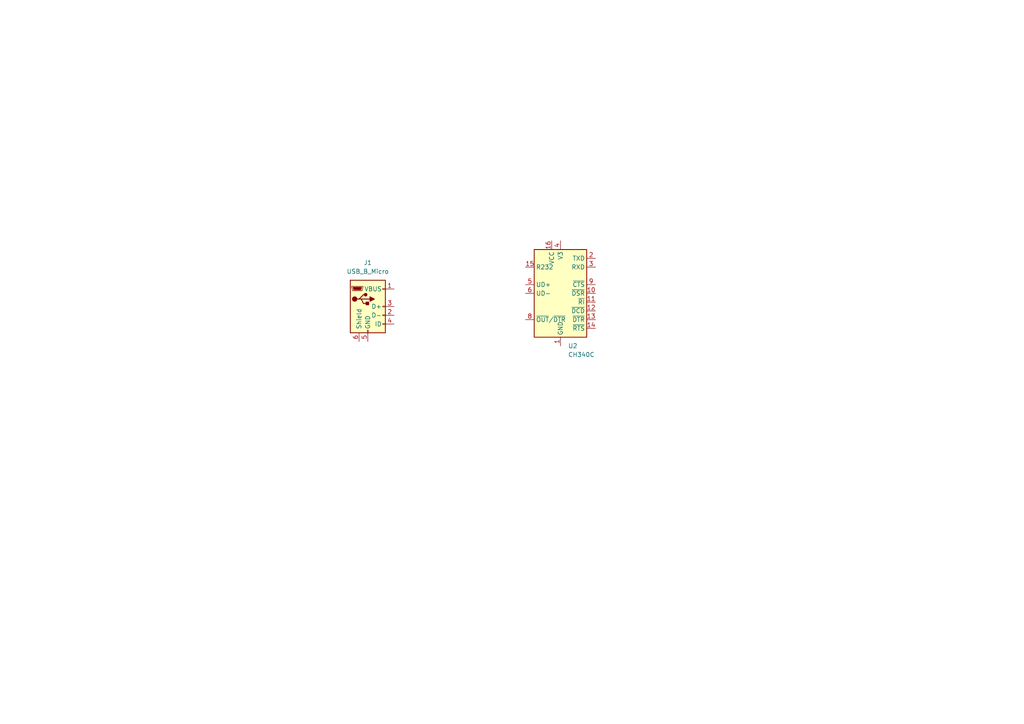
<source format=kicad_sch>
(kicad_sch (version 20230121) (generator eeschema)
  (paper "A4")
  (lib_symbols
    (symbol "Connector:USB_B_Micro" (pin_names (offset 1.016))
      (property "Reference" "J" (at -5.08 11.43 0))
      (property "Value" "USB_B_Micro" (at -5.08 8.89 0))
      (symbol "USB_B_Micro_0_1"
        (rectangle (start -5.08 -7.62) (end 5.08 7.62) (stroke (width 0.254)) (fill (type background)))
        (circle (center -3.81 2.159) (radius 0.635) (stroke (width 0.254)) (fill (type outline)))
        (circle (center -0.635 3.429) (radius 0.381) (stroke (width 0.254)) (fill (type outline)))
        (rectangle (start -0.127 -7.62) (end 0.127 -6.858))
        (polyline (pts (xy -1.905 2.159) (xy 0.635 2.159)) (stroke (width 0.254)))
        (polyline (pts (xy -3.175 2.159) (xy -2.54 2.159) (xy -1.27 3.429) (xy -0.635 3.429)) (stroke (width 0.254)))
        (polyline (pts (xy -2.54 2.159) (xy -1.905 2.159) (xy -1.27 0.889) (xy 0 0.889)) (stroke (width 0.254)))
        (polyline (pts (xy 0.635 2.794) (xy 0.635 1.524) (xy 1.905 2.159) (xy 0.635 2.794)) (stroke (width 0.254)) (fill (type outline)))
        (polyline (pts (xy -4.318 5.588) (xy -1.778 5.588) (xy -2.032 4.826) (xy -4.064 4.826) (xy -4.318 5.588)) (fill (type outline)))
        (polyline (pts (xy -4.699 5.842) (xy -4.699 5.588) (xy -4.445 4.826) (xy -4.445 4.572) (xy -1.651 4.572) (xy -1.651 4.826) (xy -1.397 5.588) (xy -1.397 5.842) (xy -4.699 5.842)))
        (rectangle (start 0.254 1.27) (end -0.508 0.508) (stroke (width 0.254)) (fill (type outline)))
        (rectangle (start 5.08 -5.207) (end 4.318 -4.953))
        (rectangle (start 5.08 -2.667) (end 4.318 -2.413))
        (rectangle (start 5.08 -0.127) (end 4.318 0.127))
        (rectangle (start 5.08 4.953) (end 4.318 5.207))
      )
      (symbol "USB_B_Micro_1_1"
        (pin power_out line (at 7.62 5.08 180) (length 2.54) (name "VBUS") (number "1"))
        (pin bidirectional line (at 7.62 -2.54 180) (length 2.54) (name "D-") (number "2"))
        (pin bidirectional line (at 7.62 0 180) (length 2.54) (name "D+") (number "3"))
        (pin passive line (at 7.62 -5.08 180) (length 2.54) (name "ID") (number "4"))
        (pin power_out line (at 0 -10.16 90) (length 2.54) (name "GND") (number "5"))
        (pin passive line (at -2.54 -10.16 90) (length 2.54) (name "Shield") (number "6"))
      )
    )
    (symbol "Interface_USB:CH340C"
      (property "Reference" "U" (at -5.08 13.97 0))
      (property "Value" "CH340C" (at 1.27 13.97 0))
      (symbol "CH340C_0_1"
        (rectangle (start -7.62 12.7) (end 7.62 -12.7) (stroke (width 0.254)) (fill (type background)))
      )
      (symbol "CH340C_1_1"
        (pin power_in line (at 0 -15.24 90) (length 2.54) (name "GND") (number "1"))
        (pin input line (at 10.16 0 180) (length 2.54) (name "~{DSR}") (number "10"))
        (pin input line (at 10.16 -2.54 180) (length 2.54) (name "~{RI}") (number "11"))
        (pin input line (at 10.16 -5.08 180) (length 2.54) (name "~{DCD}") (number "12"))
        (pin output line (at 10.16 -7.62 180) (length 2.54) (name "~{DTR}") (number "13"))
        (pin output line (at 10.16 -10.16 180) (length 2.54) (name "~{RTS}") (number "14"))
        (pin input line (at -10.16 7.62 0) (length 2.54) (name "R232") (number "15"))
        (pin power_in line (at -2.54 15.24 270) (length 2.54) (name "VCC") (number "16"))
        (pin output line (at 10.16 10.16 180) (length 2.54) (name "TXD") (number "2"))
        (pin input line (at 10.16 7.62 180) (length 2.54) (name "RXD") (number "3"))
        (pin power_out line (at 0 15.24 270) (length 2.54) (name "V3") (number "4"))
        (pin bidirectional line (at -10.16 2.54 0) (length 2.54) (name "UD+") (number "5"))
        (pin bidirectional line (at -10.16 0 0) (length 2.54) (name "UD-") (number "6"))
        (pin no_connect line (at -7.62 -5.08 0) (length 2.54) hide (name "NC") (number "7"))
        (pin output line (at -10.16 -7.62 0) (length 2.54) (name "~{OUT}/~{DTR}") (number "8"))
        (pin input line (at 10.16 2.54 180) (length 2.54) (name "~{CTS}") (number "9"))
      )
    )
  )
  (symbol (lib_id "Interface_USB:CH340C") (at 162.56 85.09 0) (unit 1)
    (property "Reference" "U2" (at 164.7541 100.33 0) (effects (justify left)))
    (property "Value" "CH340C" (at 164.7541 102.87 0) (effects (justify left)))
    (property "Footprint" "Package_SO:SOIC-16_3.9x9.9mm_P1.27mm" (effects hide))
    (property "Datasheet" "https://datasheet.lcsc.com/szlcsc/Jiangsu-Qin-Heng-CH340C_C84681.pdf" (effects hide))
  )
  (symbol (lib_id "Connector:USB_B_Micro") (at 106.68 88.9 0) (unit 1)
    (property "Reference" "J1" (at 106.68 76.2 0))
    (property "Value" "USB_B_Micro" (at 106.68 78.74 0))
    (property "Footprint" "Connector_USB:USB_Micro-B_Wuerth_629105150521" (effects hide))
  )
)
</source>
